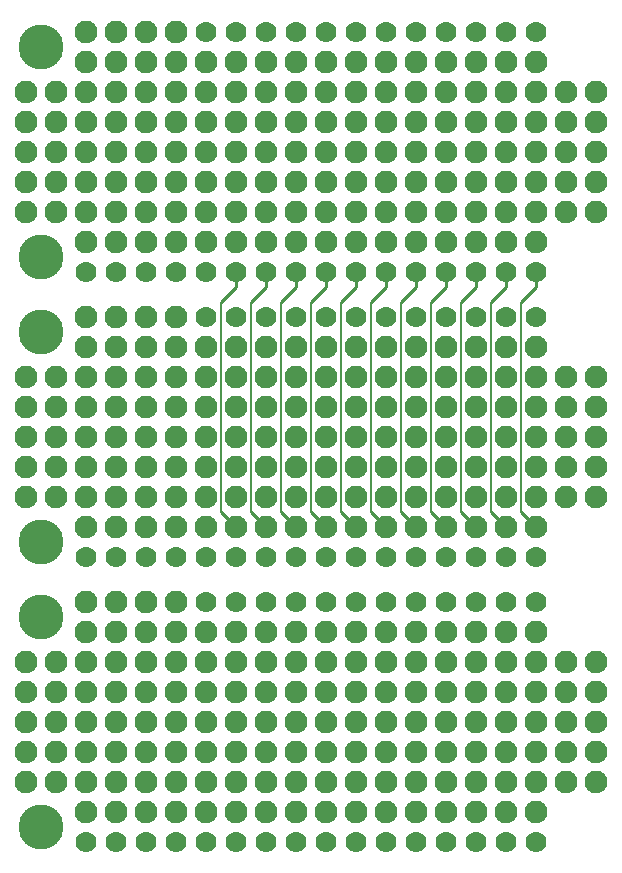
<source format=gbr>
G04 EAGLE Gerber RS-274X export*
G75*
%MOMM*%
%FSLAX34Y34*%
%LPD*%
%INTop Copper*%
%IPPOS*%
%AMOC8*
5,1,8,0,0,1.08239X$1,22.5*%
G01*
%ADD10C,3.810000*%
%ADD11C,1.778000*%
%ADD12C,1.930400*%
%ADD13C,0.254000*%
%ADD14C,0.203200*%


D10*
X25400Y203200D03*
X25400Y25400D03*
D11*
X165100Y215900D03*
X190500Y215900D03*
X215900Y215900D03*
X241300Y215900D03*
X266700Y215900D03*
X292100Y215900D03*
X317500Y215900D03*
X342900Y215900D03*
X368300Y215900D03*
X393700Y215900D03*
X419100Y215900D03*
X444500Y215900D03*
X165100Y12700D03*
X190500Y12700D03*
X215900Y12700D03*
X241300Y12700D03*
X266700Y12700D03*
X292100Y12700D03*
X317500Y12700D03*
X342900Y12700D03*
X368300Y12700D03*
X393700Y12700D03*
X419100Y12700D03*
X444500Y12700D03*
X139700Y12700D03*
X114300Y12700D03*
X88900Y12700D03*
X63500Y12700D03*
D12*
X444500Y38100D03*
X419100Y38100D03*
X393700Y38100D03*
X368300Y38100D03*
X342900Y38100D03*
X317500Y38100D03*
X292100Y38100D03*
X266700Y38100D03*
X241300Y38100D03*
X215900Y38100D03*
X190500Y38100D03*
X165100Y38100D03*
X139700Y38100D03*
X114300Y38100D03*
X88900Y38100D03*
X63500Y38100D03*
X165100Y190500D03*
X190500Y190500D03*
X215900Y190500D03*
X241300Y190500D03*
X266700Y190500D03*
X292100Y190500D03*
X317500Y190500D03*
X342900Y190500D03*
X368300Y190500D03*
X393700Y190500D03*
X419100Y190500D03*
X444500Y190500D03*
D10*
X25400Y444500D03*
X25400Y266700D03*
D11*
X165100Y457200D03*
X190500Y457200D03*
X215900Y457200D03*
X241300Y457200D03*
X266700Y457200D03*
X292100Y457200D03*
X317500Y457200D03*
X342900Y457200D03*
X368300Y457200D03*
X393700Y457200D03*
X419100Y457200D03*
X444500Y457200D03*
X165100Y254000D03*
X190500Y254000D03*
X215900Y254000D03*
X241300Y254000D03*
X266700Y254000D03*
X292100Y254000D03*
X317500Y254000D03*
X342900Y254000D03*
X368300Y254000D03*
X393700Y254000D03*
X419100Y254000D03*
X444500Y254000D03*
X139700Y254000D03*
X114300Y254000D03*
X88900Y254000D03*
X63500Y254000D03*
D12*
X444500Y279400D03*
X419100Y279400D03*
X393700Y279400D03*
X368300Y279400D03*
X342900Y279400D03*
X317500Y279400D03*
X292100Y279400D03*
X266700Y279400D03*
X241300Y279400D03*
X215900Y279400D03*
X190500Y279400D03*
X165100Y279400D03*
X139700Y279400D03*
X114300Y279400D03*
X88900Y279400D03*
X63500Y279400D03*
X165100Y431800D03*
X190500Y431800D03*
X215900Y431800D03*
X241300Y431800D03*
X266700Y431800D03*
X292100Y431800D03*
X317500Y431800D03*
X342900Y431800D03*
X368300Y431800D03*
X393700Y431800D03*
X419100Y431800D03*
X444500Y431800D03*
X165100Y673100D03*
X190500Y673100D03*
X215900Y673100D03*
X241300Y673100D03*
X266700Y673100D03*
X292100Y673100D03*
X317500Y673100D03*
X342900Y673100D03*
X368300Y673100D03*
X393700Y673100D03*
X419100Y673100D03*
X444500Y673100D03*
X444500Y520700D03*
X419100Y520700D03*
X393700Y520700D03*
X368300Y520700D03*
X342900Y520700D03*
X317500Y520700D03*
X292100Y520700D03*
X266700Y520700D03*
X241300Y520700D03*
X215900Y520700D03*
X190500Y520700D03*
X165100Y520700D03*
X139700Y520700D03*
X114300Y520700D03*
X88900Y520700D03*
X63500Y520700D03*
D10*
X25400Y685800D03*
X25400Y508000D03*
D11*
X165100Y698500D03*
X190500Y698500D03*
X215900Y698500D03*
X241300Y698500D03*
X266700Y698500D03*
X292100Y698500D03*
X317500Y698500D03*
X342900Y698500D03*
X368300Y698500D03*
X393700Y698500D03*
X419100Y698500D03*
X444500Y698500D03*
X165100Y495300D03*
X190500Y495300D03*
X215900Y495300D03*
X241300Y495300D03*
X266700Y495300D03*
X292100Y495300D03*
X317500Y495300D03*
X342900Y495300D03*
X368300Y495300D03*
X393700Y495300D03*
X419100Y495300D03*
X444500Y495300D03*
X139700Y495300D03*
X114300Y495300D03*
X88900Y495300D03*
X63500Y495300D03*
D13*
X431800Y292100D02*
X444500Y279400D01*
D14*
X431800Y292100D02*
X431800Y469900D01*
D13*
X444500Y482600D01*
X444500Y495300D01*
X406400Y292100D02*
X419100Y279400D01*
D14*
X406400Y292100D02*
X406400Y469900D01*
D13*
X419100Y482600D01*
X419100Y495300D01*
X381000Y292100D02*
X393700Y279400D01*
D14*
X381000Y292100D02*
X381000Y469900D01*
D13*
X393700Y482600D01*
X393700Y495300D01*
X355600Y292100D02*
X368300Y279400D01*
D14*
X355600Y292100D02*
X355600Y469900D01*
D13*
X368300Y482600D01*
X368300Y495300D01*
X330200Y292100D02*
X342900Y279400D01*
D14*
X330200Y292100D02*
X330200Y469900D01*
D13*
X342900Y482600D01*
X342900Y495300D01*
X304800Y292100D02*
X317500Y279400D01*
D14*
X304800Y292100D02*
X304800Y469900D01*
D13*
X317500Y482600D01*
X317500Y495300D01*
X279400Y292100D02*
X292100Y279400D01*
D14*
X279400Y292100D02*
X279400Y469900D01*
D13*
X292100Y482600D01*
X292100Y495300D01*
X254000Y292100D02*
X266700Y279400D01*
D14*
X254000Y292100D02*
X254000Y469900D01*
D13*
X266700Y482600D01*
X266700Y495300D01*
X228600Y292100D02*
X241300Y279400D01*
D14*
X228600Y292100D02*
X228600Y469900D01*
D13*
X241300Y482600D01*
X241300Y495300D01*
X203200Y292100D02*
X215900Y279400D01*
D14*
X203200Y292100D02*
X203200Y469900D01*
D13*
X215900Y482600D01*
X215900Y495300D01*
X177800Y292100D02*
X190500Y279400D01*
D14*
X177800Y292100D02*
X177800Y469900D01*
D13*
X190500Y482600D01*
X190500Y495300D01*
D12*
X139700Y63500D03*
X139700Y88900D03*
X139700Y114300D03*
X139700Y139700D03*
X139700Y165100D03*
X139700Y190500D03*
X139700Y215900D03*
X139700Y457200D03*
X139700Y431800D03*
X139700Y406400D03*
X139700Y381000D03*
X139700Y355600D03*
X139700Y330200D03*
X139700Y304800D03*
X139700Y698500D03*
X139700Y673100D03*
X139700Y647700D03*
X139700Y622300D03*
X139700Y596900D03*
X139700Y571500D03*
X139700Y546100D03*
X88900Y63500D03*
X88900Y88900D03*
X88900Y114300D03*
X88900Y139700D03*
X88900Y165100D03*
X88900Y190500D03*
X88900Y215900D03*
X88900Y304800D03*
X88900Y330200D03*
X88900Y355600D03*
X88900Y381000D03*
X88900Y406400D03*
X88900Y431800D03*
X88900Y457200D03*
X88900Y546100D03*
X88900Y571500D03*
X88900Y596900D03*
X88900Y622300D03*
X88900Y647700D03*
X88900Y673100D03*
X88900Y698500D03*
X63500Y63500D03*
X114300Y63500D03*
X114300Y88900D03*
X63500Y88900D03*
X63500Y114300D03*
X38100Y63500D03*
X12700Y63500D03*
X12700Y88900D03*
X38100Y88900D03*
X38100Y114300D03*
X12700Y114300D03*
X12700Y139700D03*
X38100Y139700D03*
X63500Y139700D03*
X114300Y139700D03*
X114300Y114300D03*
X12700Y165100D03*
X38100Y165100D03*
X63500Y165100D03*
X114300Y165100D03*
X114300Y215900D03*
X114300Y190500D03*
X63500Y215900D03*
X63500Y190500D03*
X165100Y63500D03*
X165100Y88900D03*
X165100Y114300D03*
X165100Y139700D03*
X165100Y165100D03*
X190500Y165100D03*
X190500Y139700D03*
X190500Y114300D03*
X190500Y88900D03*
X190500Y63500D03*
X215900Y63500D03*
X215900Y88900D03*
X215900Y114300D03*
X215900Y139700D03*
X215900Y165100D03*
X241300Y165100D03*
X241300Y139700D03*
X241300Y114300D03*
X241300Y88900D03*
X241300Y63500D03*
X266700Y63500D03*
X266700Y88900D03*
X266700Y114300D03*
X266700Y139700D03*
X266700Y165100D03*
X292100Y165100D03*
X292100Y139700D03*
X292100Y114300D03*
X292100Y88900D03*
X292100Y63500D03*
X317500Y63500D03*
X342900Y63500D03*
X368300Y63500D03*
X393700Y63500D03*
X419100Y63500D03*
X419100Y88900D03*
X419100Y114300D03*
X419100Y139700D03*
X419100Y165100D03*
X393700Y165100D03*
X393700Y139700D03*
X393700Y114300D03*
X393700Y88900D03*
X368300Y88900D03*
X368300Y114300D03*
X368300Y139700D03*
X368300Y165100D03*
X342900Y165100D03*
X342900Y139700D03*
X342900Y114300D03*
X342900Y88900D03*
X317500Y88900D03*
X317500Y114300D03*
X317500Y139700D03*
X317500Y165100D03*
X444500Y165100D03*
X444500Y139700D03*
X444500Y114300D03*
X444500Y88900D03*
X444500Y63500D03*
X469900Y63500D03*
X495300Y63500D03*
X495300Y88900D03*
X469900Y88900D03*
X469900Y114300D03*
X495300Y114300D03*
X495300Y139700D03*
X469900Y139700D03*
X469900Y165100D03*
X495300Y165100D03*
X444500Y304800D03*
X444500Y330200D03*
X444500Y355600D03*
X444500Y381000D03*
X444500Y406400D03*
X419100Y406400D03*
X419100Y381000D03*
X419100Y355600D03*
X419100Y330200D03*
X419100Y304800D03*
X469900Y304800D03*
X469900Y330200D03*
X469900Y355600D03*
X469900Y381000D03*
X469900Y406400D03*
X495300Y406400D03*
X495300Y381000D03*
X495300Y355600D03*
X495300Y330200D03*
X495300Y304800D03*
X393700Y304800D03*
X393700Y330200D03*
X393700Y355600D03*
X393700Y381000D03*
X393700Y406400D03*
X368300Y406400D03*
X368300Y381000D03*
X368300Y355600D03*
X368300Y330200D03*
X368300Y304800D03*
X342900Y304800D03*
X342900Y330200D03*
X342900Y355600D03*
X342900Y381000D03*
X342900Y406400D03*
X317500Y406400D03*
X317500Y381000D03*
X317500Y355600D03*
X317500Y330200D03*
X317500Y304800D03*
X292100Y304800D03*
X292100Y330200D03*
X292100Y355600D03*
X292100Y381000D03*
X292100Y406400D03*
X266700Y406400D03*
X266700Y381000D03*
X266700Y355600D03*
X266700Y330200D03*
X266700Y304800D03*
X241300Y304800D03*
X241300Y330200D03*
X241300Y355600D03*
X241300Y381000D03*
X241300Y406400D03*
X215900Y406400D03*
X215900Y381000D03*
X215900Y355600D03*
X215900Y330200D03*
X215900Y304800D03*
X190500Y304800D03*
X190500Y330200D03*
X190500Y355600D03*
X190500Y381000D03*
X190500Y406400D03*
X165100Y406400D03*
X165100Y381000D03*
X165100Y355600D03*
X165100Y330200D03*
X165100Y304800D03*
X114300Y304800D03*
X114300Y330200D03*
X114300Y355600D03*
X114300Y381000D03*
X114300Y406400D03*
X114300Y431800D03*
X114300Y457200D03*
X63500Y304800D03*
X63500Y330200D03*
X63500Y355600D03*
X63500Y381000D03*
X63500Y406400D03*
X63500Y431800D03*
X63500Y457200D03*
X38100Y406400D03*
X12700Y406400D03*
X12700Y381000D03*
X38100Y381000D03*
X38100Y355600D03*
X12700Y355600D03*
X12700Y330200D03*
X38100Y330200D03*
X38100Y304800D03*
X12700Y304800D03*
X444500Y546100D03*
X444500Y571500D03*
X444500Y596900D03*
X444500Y622300D03*
X444500Y647700D03*
X419100Y647700D03*
X419100Y622300D03*
X419100Y596900D03*
X419100Y571500D03*
X419100Y546100D03*
X469900Y546100D03*
X469900Y571500D03*
X469900Y596900D03*
X469900Y622300D03*
X469900Y647700D03*
X495300Y647700D03*
X495300Y622300D03*
X495300Y596900D03*
X495300Y571500D03*
X495300Y546100D03*
X393700Y546100D03*
X393700Y571500D03*
X393700Y596900D03*
X393700Y622300D03*
X393700Y647700D03*
X368300Y647700D03*
X368300Y622300D03*
X368300Y596900D03*
X368300Y571500D03*
X368300Y546100D03*
X342900Y546100D03*
X342900Y571500D03*
X342900Y596900D03*
X342900Y622300D03*
X342900Y647700D03*
X317500Y647700D03*
X317500Y622300D03*
X317500Y596900D03*
X317500Y571500D03*
X317500Y546100D03*
X292100Y546100D03*
X292100Y571500D03*
X292100Y596900D03*
X292100Y622300D03*
X292100Y647700D03*
X266700Y647700D03*
X266700Y622300D03*
X266700Y596900D03*
X266700Y571500D03*
X266700Y546100D03*
X241300Y546100D03*
X241300Y571500D03*
X241300Y596900D03*
X241300Y622300D03*
X241300Y647700D03*
X215900Y647700D03*
X215900Y622300D03*
X215900Y596900D03*
X215900Y571500D03*
X215900Y546100D03*
X190500Y546100D03*
X190500Y571500D03*
X190500Y596900D03*
X190500Y622300D03*
X190500Y647700D03*
X165100Y647700D03*
X165100Y622300D03*
X165100Y596900D03*
X165100Y571500D03*
X165100Y546100D03*
X114300Y546100D03*
X114300Y571500D03*
X114300Y596900D03*
X114300Y622300D03*
X114300Y647700D03*
X114300Y673100D03*
X114300Y698500D03*
X63500Y546100D03*
X63500Y571500D03*
X63500Y596900D03*
X63500Y622300D03*
X63500Y647700D03*
X63500Y673100D03*
X63500Y698500D03*
X38100Y647700D03*
X12700Y647700D03*
X12700Y622300D03*
X38100Y622300D03*
X38100Y596900D03*
X12700Y596900D03*
X12700Y571500D03*
X38100Y571500D03*
X38100Y546100D03*
X12700Y546100D03*
M02*

</source>
